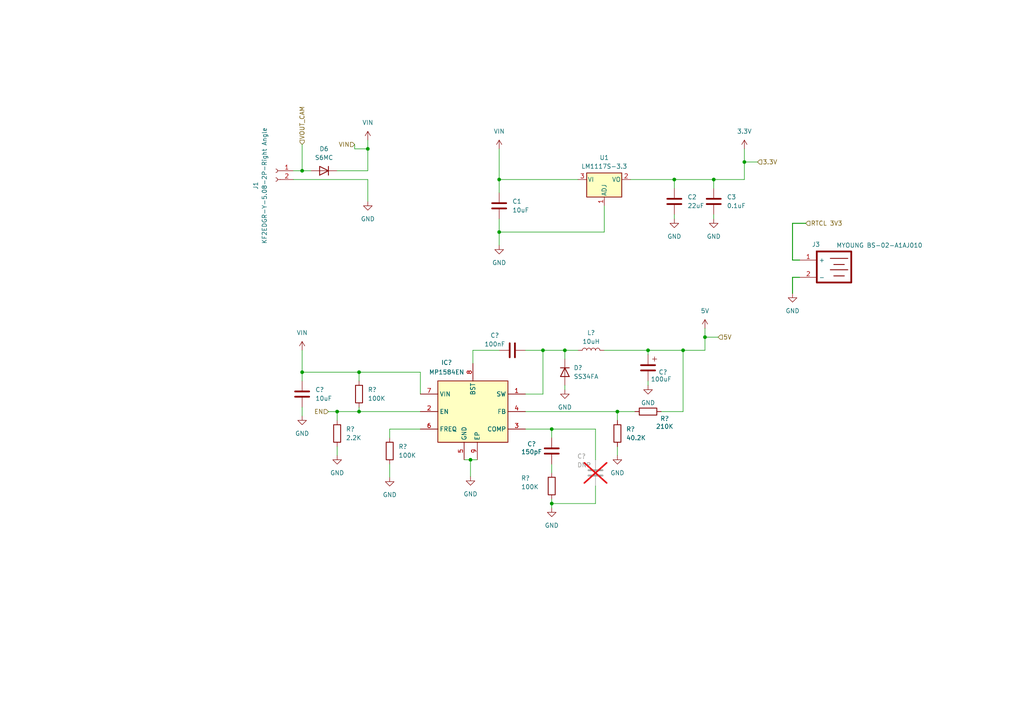
<source format=kicad_sch>
(kicad_sch (version 20230819) (generator eeschema)
  (paper "A4")
  (lib_symbols
    (symbol "C_1" (pin_numbers hide) (pin_names (offset 0.254))
      (property "Reference" "C6" (at 4.318 0.254 0))
      (property "Value" "22uF 6.3V" (at 0.762 -3.302 0))
      (symbol "C_1_0_1"
        (polyline (pts (xy -2.032 -0.762) (xy 2.032 -0.762)) (stroke (width 0.508)))
        (polyline (pts (xy -2.032 0.762) (xy 2.032 0.762)) (stroke (width 0.508)))
        (polyline (pts (xy 1.27 2.54) (xy 2.54 2.54)))
        (polyline (pts (xy 1.8807 3.1826) (xy 1.8807 1.8961)))
      )
      (symbol "C_1_1_1"
        (pin passive line (at 0 3.81 270) (length 2.794) (name "~") (number "1"))
        (pin passive line (at 0 -3.81 90) (length 2.794) (name "~") (number "2"))
      )
    )
    (symbol "Connector:Conn_01x02_Socket" (pin_names (offset 1.016) hide)
      (property "Reference" "J" (at 0 2.54 0))
      (property "Value" "Conn_01x02_Socket" (at 0 -5.08 0))
      (symbol "Conn_01x02_Socket_1_1"
        (arc (start 0 -2.032) (mid -0.5058 -2.54) (end 0 -3.048) (stroke (width 0.1524)))
        (polyline (pts (xy -1.27 -2.54) (xy -0.508 -2.54)) (stroke (width 0.1524)))
        (polyline (pts (xy -1.27 0) (xy -0.508 0)) (stroke (width 0.1524)))
        (arc (start 0 0.508) (mid -0.5058 0) (end 0 -0.508) (stroke (width 0.1524)))
        (pin passive line (at -5.08 0 0) (length 3.81) (name "Pin_1") (number "1"))
        (pin passive line (at -5.08 -2.54 0) (length 3.81) (name "Pin_2") (number "2"))
      )
    )
    (symbol "D_1" (pin_numbers hide) (pin_names (offset 1.016) hide)
      (property "Reference" "D" (at 0 2.54 0))
      (property "Value" "D" (at 0 -2.54 0))
      (symbol "D_1_0_1"
        (polyline (pts (xy -1.27 1.27) (xy -1.27 -1.27)) (stroke (width 0.254)))
        (polyline (pts (xy 1.27 0) (xy -1.27 0)))
        (polyline (pts (xy 1.27 1.27) (xy 1.27 -1.27) (xy -1.27 0) (xy 1.27 1.27)) (stroke (width 0.254)))
      )
      (symbol "D_1_1_1"
        (pin passive line (at -3.81 0 0) (length 2.54) (name "K") (number "1"))
        (pin passive line (at 3.81 0 180) (length 2.54) (name "A") (number "2"))
      )
    )
    (symbol "Device:C" (pin_numbers hide) (pin_names (offset 0.254))
      (property "Reference" "C" (at 0.635 2.54 0))
      (property "Value" "C" (at 0.635 -2.54 0))
      (symbol "C_0_1"
        (polyline (pts (xy -2.032 -0.762) (xy 2.032 -0.762)) (stroke (width 0.508)))
        (polyline (pts (xy -2.032 0.762) (xy 2.032 0.762)) (stroke (width 0.508)))
      )
      (symbol "C_1_1"
        (pin passive line (at 0 3.81 270) (length 2.794) (name "~") (number "1"))
        (pin passive line (at 0 -3.81 90) (length 2.794) (name "~") (number "2"))
      )
    )
    (symbol "Device:D" (pin_numbers hide) (pin_names (offset 1.016) hide)
      (property "Reference" "D1" (at -1.2701 2.54 90))
      (property "Value" "ESDM3051" (at 1.2699 2.54 90))
      (symbol "D_0_1"
        (polyline (pts (xy -1.27 1.27) (xy -1.27 -1.27)) (stroke (width 0.254)))
        (polyline (pts (xy 1.27 0) (xy -1.27 0)))
        (polyline (pts (xy 1.27 1.27) (xy 1.27 -1.27) (xy -1.27 0) (xy 1.27 1.27)) (stroke (width 0.254)))
      )
      (symbol "D_1_1"
        (pin passive line (at -3.81 0 0) (length 2.54) (name "K") (number "1"))
        (pin passive line (at 3.81 0 180) (length 2.54) (name "A") (number "2"))
      )
    )
    (symbol "Device:L" (pin_numbers hide) (pin_names (offset 1.016) hide)
      (property "Reference" "L" (at -1.27 0 90))
      (property "Value" "L" (at 1.905 0 90))
      (symbol "L_0_1"
        (arc (start 0 -2.54) (mid 0.6323 -1.905) (end 0 -1.27))
        (arc (start 0 -1.27) (mid 0.6323 -0.635) (end 0 0))
        (arc (start 0 0) (mid 0.6323 0.635) (end 0 1.27))
        (arc (start 0 1.27) (mid 0.6323 1.905) (end 0 2.54))
      )
      (symbol "L_1_1"
        (pin passive line (at 0 3.81 270) (length 1.27) (name "1") (number "1"))
        (pin passive line (at 0 -3.81 90) (length 1.27) (name "2") (number "2"))
      )
    )
    (symbol "Device:R" (pin_numbers hide) (pin_names (offset 0))
      (property "Reference" "R" (at 2.032 0 90))
      (property "Value" "R" (at 0 0 90))
      (symbol "R_0_1"
        (rectangle (start -1.016 -2.54) (end 1.016 2.54) (stroke (width 0.254)))
      )
      (symbol "R_1_1"
        (pin passive line (at 0 3.81 270) (length 1.27) (name "~") (number "1"))
        (pin passive line (at 0 -3.81 90) (length 1.27) (name "~") (number "2"))
      )
    )
    (symbol "MP1584EN:MP1584EN"
      (property "Reference" "IC?" (at 15.24 -5.08 0))
      (property "Value" "MP1584EN" (at 14.732 -7.366 0))
      (symbol "MP1584EN_1_1"
        (rectangle (start 5.08 2.54) (end 25.4 -15.24) (stroke (width 0.254)) (fill (type background)))
        (pin passive line (at 30.48 -1.27 180) (length 5.08) (name "SW") (number "1"))
        (pin passive line (at 0 -6.35 0) (length 5.08) (name "EN") (number "2"))
        (pin passive line (at 30.48 -11.43 180) (length 5.08) (name "COMP") (number "3"))
        (pin passive line (at 30.48 -6.35 180) (length 5.08) (name "FB") (number "4"))
        (pin passive line (at 12.7 -20.32 90) (length 5.08) (name "GND") (number "5"))
        (pin passive line (at 0 -11.43 0) (length 5.08) (name "FREQ") (number "6"))
        (pin passive line (at 0 -1.27 0) (length 5.08) (name "VIN") (number "7"))
        (pin passive line (at 15.24 7.62 270) (length 5.08) (name "BST") (number "8"))
        (pin passive line (at 16.51 -20.32 90) (length 5.08) (name "EP") (number "9"))
      )
    )
    (symbol "RP2040-altium-import:root_0_Battery holder"
      (symbol "root_0_Battery holder_1_0"
        (polyline (pts (xy 2.984 -2.08) (xy -0.064 -2.08)) (stroke (width 0.254)))
        (polyline (pts (xy 2.984 1.222) (xy -0.064 1.222)) (stroke (width 0.254)))
        (polyline (pts (xy 4 -0.302) (xy -1.08 -0.302)) (stroke (width 0.254)))
        (polyline (pts (xy 4 3) (xy -1.08 3)) (stroke (width 0.254)))
        (rectangle (start 5 5) (end -5 -4) (stroke (width 0.508)))
        (pin passive line (at -10 2.5 0) (length 5.08) (name "+") (number "1"))
        (pin passive line (at -10 -2.5 0) (length 5.08) (name "-") (number "2"))
      )
    )
    (symbol "Regulator_Linear:LM317_SOT-223" (pin_names (offset 0.254))
      (property "Reference" "U" (at -3.81 3.175 0))
      (property "Value" "LM317_SOT-223" (at 0 3.175 0))
      (symbol "LM317_SOT-223_0_1"
        (rectangle (start -5.08 1.905) (end 5.08 -5.08) (stroke (width 0.254)) (fill (type background)))
      )
      (symbol "LM317_SOT-223_1_1"
        (pin input line (at 0 -7.62 90) (length 2.54) (name "ADJ") (number "1"))
        (pin power_out line (at 7.62 0 180) (length 2.54) (name "VO") (number "2"))
        (pin power_in line (at -7.62 0 0) (length 2.54) (name "VI") (number "3"))
      )
    )
    (symbol "power:+1V0" (power) (pin_names (offset 0))
      (property "Value" "+1V0" (at 0 3.556 0))
      (symbol "+1V0_0_1"
        (polyline (pts (xy -0.762 1.27) (xy 0 2.54)))
        (polyline (pts (xy 0 0) (xy 0 2.54)))
        (polyline (pts (xy 0 2.54) (xy 0.762 1.27)))
      )
      (symbol "+1V0_1_1"
        (pin power_in line (at 0 0 90) (length 0) hide (name "+1V0") (number "1"))
      )
    )
    (symbol "power:GND" (power) (pin_names (offset 0))
      (property "Value" "GND" (at 0 -3.81 0))
      (symbol "GND_0_1"
        (polyline (pts (xy 0 0) (xy 0 -1.27) (xy 1.27 -1.27) (xy 0 -2.54) (xy -1.27 -1.27) (xy 0 -1.27)))
      )
      (symbol "GND_1_1"
        (pin power_in line (at 0 0 270) (length 0) hide (name "GND") (number "1"))
      )
    )
  )
  (junction (at 195.58 52.07))
  (junction (at 106.68 43.18))
  (junction (at 157.48 101.6))
  (junction (at 198.12 101.6))
  (junction (at 136.4592 133.35))
  (junction (at 207.01 52.07))
  (junction (at 104.14 119.38))
  (junction (at 144.78 67.31))
  (junction (at 204.47 97.79))
  (junction (at 163.83 101.6))
  (junction (at 187.96 101.6))
  (junction (at 160.02 146.05))
  (junction (at 215.9 46.99))
  (junction (at 179.07 119.38))
  (junction (at 87.63 49.53))
  (junction (at 97.79 119.38))
  (junction (at 144.78 52.07))
  (junction (at 87.63 107.95))
  (junction (at 160.02 124.46))
  (junction (at 104.14 107.95))
  (wire (pts (xy 179.07 129.54) (xy 179.07 132.08)))
  (wire (pts (xy 113.03 134.62) (xy 113.03 138.43)))
  (wire (pts (xy 204.47 101.6) (xy 198.12 101.6)))
  (wire (pts (xy 144.78 52.07) (xy 167.64 52.07)))
  (wire (pts (xy 137.16 105.41) (xy 137.16 101.6)))
  (wire (pts (xy 172.72 140.97) (xy 172.72 146.05)))
  (wire (pts (xy 191.77 119.38) (xy 198.12 119.38)))
  (wire (pts (xy 195.58 54.61) (xy 195.58 52.07)))
  (wire (pts (xy 87.63 107.95) (xy 104.14 107.95)))
  (wire (pts (xy 215.9 43.18) (xy 215.9 46.99)))
  (wire (pts (xy 160.02 124.46) (xy 172.72 124.46)))
  (wire (pts (xy 215.9 52.07) (xy 207.01 52.07)))
  (wire (pts (xy 160.02 127) (xy 160.02 124.46)))
  (wire (pts (xy 179.07 121.92) (xy 179.07 119.38)))
  (wire (pts (xy 106.68 58.42) (xy 106.68 52.07)))
  (wire (pts (xy 97.79 121.92) (xy 97.79 119.38)))
  (wire (pts (xy 160.02 146.05) (xy 160.02 147.32)))
  (wire (pts (xy 195.58 52.07) (xy 207.01 52.07)))
  (wire (pts (xy 229.87 64.77) (xy 229.87 75.438)) (stroke (width 0.254)))
  (wire (pts (xy 137.16 101.6) (xy 144.78 101.6)))
  (wire (pts (xy 179.07 119.38) (xy 152.4 119.38)))
  (wire (pts (xy 219.71 46.99) (xy 215.9 46.99)))
  (wire (pts (xy 104.14 107.95) (xy 104.14 110.49)))
  (wire (pts (xy 106.68 40.64) (xy 106.68 43.18)))
  (wire (pts (xy 157.48 101.6) (xy 157.48 114.3)))
  (wire (pts (xy 87.63 101.6) (xy 87.63 107.95)))
  (wire (pts (xy 163.83 101.6) (xy 157.48 101.6)))
  (wire (pts (xy 163.83 111.76) (xy 163.83 113.03)))
  (wire (pts (xy 106.68 43.18) (xy 106.68 49.53)))
  (wire (pts (xy 106.68 49.53) (xy 97.79 49.53)))
  (wire (pts (xy 198.12 101.6) (xy 187.96 101.6)))
  (wire (pts (xy 208.28 97.79) (xy 204.47 97.79)))
  (wire (pts (xy 152.4 101.6) (xy 157.48 101.6)))
  (wire (pts (xy 207.01 54.61) (xy 207.01 52.07)))
  (wire (pts (xy 144.78 67.31) (xy 175.26 67.31)))
  (wire (pts (xy 229.87 75.438) (xy 231.902 75.438)) (stroke (width 0.254)))
  (wire (pts (xy 198.12 119.38) (xy 198.12 101.6)))
  (wire (pts (xy 195.58 63.5) (xy 195.58 62.23)))
  (wire (pts (xy 204.47 101.6) (xy 204.47 97.79)))
  (wire (pts (xy 231.902 80.438) (xy 229.87 80.438)) (stroke (width 0.254)))
  (wire (pts (xy 113.03 124.46) (xy 113.03 127)))
  (wire (pts (xy 121.92 119.38) (xy 104.14 119.38)))
  (wire (pts (xy 157.48 114.3) (xy 152.4 114.3)))
  (wire (pts (xy 136.4592 133.35) (xy 138.43 133.35)))
  (wire (pts (xy 144.78 52.07) (xy 144.78 55.88)))
  (wire (pts (xy 121.92 114.3) (xy 121.92 107.95)))
  (wire (pts (xy 144.78 67.31) (xy 144.78 71.12)))
  (wire (pts (xy 97.79 129.54) (xy 97.79 132.08)))
  (wire (pts (xy 104.14 107.95) (xy 121.92 107.95)))
  (wire (pts (xy 160.02 134.62) (xy 160.02 137.16)))
  (wire (pts (xy 97.79 119.38) (xy 104.14 119.38)))
  (wire (pts (xy 134.62 133.35) (xy 136.4592 133.35)))
  (wire (pts (xy 87.63 49.53) (xy 85.09 49.53)))
  (wire (pts (xy 144.78 63.5) (xy 144.78 67.31)))
  (wire (pts (xy 215.9 46.99) (xy 215.9 52.07)))
  (wire (pts (xy 87.63 118.11) (xy 87.63 120.65)))
  (wire (pts (xy 144.78 43.18) (xy 144.78 52.07)))
  (wire (pts (xy 104.14 119.38) (xy 104.14 118.11)))
  (wire (pts (xy 179.07 119.38) (xy 184.15 119.38)))
  (wire (pts (xy 163.83 101.6) (xy 163.83 104.14)))
  (wire (pts (xy 167.64 101.6) (xy 163.83 101.6)))
  (wire (pts (xy 160.02 144.78) (xy 160.02 146.05)))
  (wire (pts (xy 121.92 124.46) (xy 113.03 124.46)))
  (wire (pts (xy 106.68 52.07) (xy 85.09 52.07)))
  (wire (pts (xy 90.17 49.53) (xy 87.63 49.53)))
  (wire (pts (xy 160.02 124.46) (xy 152.4 124.46)))
  (wire (pts (xy 229.87 80.438) (xy 229.87 85.09)) (stroke (width 0.254)))
  (wire (pts (xy 182.88 52.07) (xy 195.58 52.07)))
  (wire (pts (xy 87.63 41.91) (xy 87.63 49.53)))
  (wire (pts (xy 175.26 59.69) (xy 175.26 67.31)))
  (wire (pts (xy 207.01 63.5) (xy 207.01 62.23)))
  (wire (pts (xy 172.72 133.35) (xy 172.72 124.46)))
  (wire (pts (xy 102.87 41.91) (xy 102.87 43.18)))
  (wire (pts (xy 204.47 97.79) (xy 204.47 95.25)))
  (wire (pts (xy 187.96 101.6) (xy 175.26 101.6)))
  (wire (pts (xy 102.87 43.18) (xy 106.68 43.18)))
  (wire (pts (xy 187.96 110.49) (xy 187.96 111.76)))
  (wire (pts (xy 233.68 64.77) (xy 229.87 64.77)) (stroke (width 0.254)))
  (wire (pts (xy 87.63 107.95) (xy 87.63 110.49)))
  (wire (pts (xy 187.96 101.6) (xy 187.96 102.87)))
  (wire (pts (xy 95.25 119.38) (xy 97.79 119.38)))
  (wire (pts (xy 136.4592 133.35) (xy 136.4592 138.2056)))
  (wire (pts (xy 172.72 146.05) (xy 160.02 146.05)))
  (hierarchical_label "VOUT_CAM" (shape input) (at 87.63 41.91 90))
  (hierarchical_label "5V" (shape input) (at 208.28 97.79 0))
  (hierarchical_label "VIN" (shape input) (at 102.87 41.91 180))
  (hierarchical_label "EN" (shape input) (at 95.25 119.38 180))
  (hierarchical_label "3.3V" (shape input) (at 219.71 46.99 0))
  (hierarchical_label "RTCL 3V3" (shape input) (at 233.68 64.77 0))
  (symbol (lib_id "Device:C") (at 195.58 58.42 0) (unit 1)
    (property "Reference" "C2" (at 199.39 57.1499 0) (effects (justify left)))
    (property "Value" "22uF" (at 199.39 59.6899 0) (effects (justify left)))
    (property "Footprint" "Capacitor_SMD:C_0603_1608Metric" (effects hide))
    (property "Description" "Unpolarized capacitor" (effects hide))
    (instances (project "LM1117" (path "" (reference "C2") (unit 1)) (path "" (reference "C?") (unit 1))) (project "IO_Board" (path "" (reference "C7") (unit 1))))
  )
  (symbol (lib_id "Device:C") (at 148.59 101.6 90) (unit 1)
    (property "Reference" "C?" (at 143.51 97.282 90))
    (property "Value" "100nF" (at 143.51 99.822 90))
    (property "Footprint" "Capacitor_SMD:C_0603_1608Metric" (effects hide))
    (property "Description" "Unpolarized capacitor" (effects hide))
    (instances (project "LM1117" (path "" (reference "C?") (unit 1)) (path "" (reference "C?") (unit 1))) (project "IO_Board" (path "" (reference "C3") (unit 1))))
  )
  (symbol (lib_id "power:GND") (at 195.58 63.5 0) (unit 1)
    (property "Reference" "#PWR05" (effects hide))
    (property "Value" "GND" (at 195.58 68.58 0))
    (property "Description" "Power symbol creates a global label with name \"GND\" , ground" (effects hide))
    (instances (project "LM1117" (path "" (reference "#PWR05") (unit 1)) (path "" (reference "#PWR046") (unit 1))) (project "IO_Board" (path "" (reference "#PWR019") (unit 1))))
  )
  (symbol (lib_name "D_1") (lib_id "Device:D") (at 93.98 49.53 180) (unit 1)
    (property "Reference" "D6" (at 93.98 43.18 0))
    (property "Value" "S6MC" (at 93.98 45.72 0))
    (property "Footprint" "Library:S6MC" (effects hide))
    (property "Description" "Diode" (effects hide))
    (property "Sim.Device" "D" (effects hide))
    (property "Sim.Pins" "1=K 2=A" (effects hide))
    (property "MPN" "S6MC" (effects hide))
  )
  (symbol (lib_id "power:+1V0") (at 215.9 43.18 0) (unit 1)
    (property "Reference" "#PWR04" (effects hide))
    (property "Value" "3.3V" (at 215.9 38.1 0))
    (property "Description" "Power symbol creates a global label with name \"+1V0\"" (effects hide))
    (instances (project "LM1117" (path "" (reference "#PWR04") (unit 1)) (path "" (reference "#PWR050") (unit 1))) (project "IO_Board" (path "" (reference "#PWR022") (unit 1))))
  )
  (symbol (lib_id "power:+1V0") (at 106.68 40.64 0) (unit 1)
    (property "Reference" "#PWR01" (effects hide))
    (property "Value" "VIN" (at 106.68 35.56 0))
    (property "Description" "Power symbol creates a global label with name \"+1V0\"" (effects hide))
    (instances (project "LM1117" (path "" (reference "#PWR01") (unit 1)) (path "" (reference "#PWR041") (unit 1))) (project "IO_Board" (path "" (reference "#PWR051") (unit 1))))
  )
  (symbol (lib_id "Device:R") (at 160.02 140.97 0) (unit 1)
    (property "Reference" "R?" (at 151.13 138.684 0) (effects (justify left)))
    (property "Value" "100K" (at 151.13 141.224 0) (effects (justify left)))
    (property "Footprint" "Resistor_SMD:R_0603_1608Metric" (effects hide))
    (property "Description" "Resistor" (effects hide))
    (instances (project "LM1117" (path "" (reference "R?") (unit 1)) (path "" (reference "R?") (unit 1))) (project "IO_Board" (path "" (reference "R20") (unit 1))))
  )
  (symbol (lib_id "Device:C") (at 160.02 130.81 0) (unit 1)
    (property "Reference" "C?" (at 152.908 128.778 0) (effects (justify left)))
    (property "Value" "150pF" (at 151.13 131.064 0) (effects (justify left)))
    (property "Footprint" "Capacitor_SMD:C_0603_1608Metric" (effects hide))
    (property "Description" "Unpolarized capacitor" (effects hide))
    (instances (project "LM1117" (path "" (reference "C?") (unit 1)) (path "" (reference "C?") (unit 1))) (project "IO_Board" (path "" (reference "C4") (unit 1))))
  )
  (symbol (lib_id "power:+1V0") (at 144.78 43.18 0) (unit 1)
    (property "Reference" "#PWR01" (effects hide))
    (property "Value" "VIN" (at 144.78 38.1 0))
    (property "Description" "Power symbol creates a global label with name \"+1V0\"" (effects hide))
    (instances (project "LM1117" (path "" (reference "#PWR01") (unit 1)) (path "" (reference "#PWR041") (unit 1))) (project "IO_Board" (path "" (reference "#PWR015") (unit 1))))
  )
  (symbol (lib_id "Device:R") (at 104.14 114.3 0) (unit 1)
    (property "Reference" "R?" (at 106.68 113.0299 0) (effects (justify left)))
    (property "Value" "100K" (at 106.68 115.5699 0) (effects (justify left)))
    (property "Footprint" "Resistor_SMD:R_0603_1608Metric" (effects hide))
    (property "Description" "Resistor" (effects hide))
    (instances (project "LM1117" (path "" (reference "R?") (unit 1)) (path "" (reference "R?") (unit 1))) (project "IO_Board" (path "" (reference "R18") (unit 1))))
  )
  (symbol (lib_id "Regulator_Linear:LM317_SOT-223") (at 175.26 52.07 0) (unit 1)
    (property "Reference" "U1" (at 175.26 45.72 0))
    (property "Value" "LM1117S-3.3" (at 175.26 48.26 0))
    (property "Footprint" "Package_TO_SOT_SMD:SOT-223" (effects hide))
    (property "Datasheet" "http://www.ti.com/lit/ds/symlink/lm317.pdf" (effects hide))
    (property "Description" "1.5A 35V Adjustable Linear Regulator, SOT-223" (effects hide))
    (property "MPN" "LM1117S-3.3" (effects hide))
    (instances (project "LM1117" (path "" (reference "U1") (unit 1)) (path "" (reference "U?") (unit 1))) (project "IO_Board" (path "" (reference "U3") (unit 1))))
  )
  (symbol (lib_id "power:GND") (at 144.78 71.12 0) (unit 1)
    (property "Reference" "#PWR02" (effects hide))
    (property "Value" "GND" (at 144.78 76.2 0))
    (property "Description" "Power symbol creates a global label with name \"GND\" , ground" (effects hide))
    (instances (project "LM1117" (path "" (reference "#PWR02") (unit 1)) (path "" (reference "#PWR042") (unit 1))) (project "IO_Board" (path "" (reference "#PWR016") (unit 1))))
  )
  (symbol (lib_id "power:GND") (at 106.68 58.42 0) (unit 1)
    (property "Reference" "#PWR02" (effects hide))
    (property "Value" "GND" (at 106.68 63.5 0))
    (property "Description" "Power symbol creates a global label with name \"GND\" , ground" (effects hide))
    (instances (project "LM1117" (path "" (reference "#PWR02") (unit 1)) (path "" (reference "#PWR042") (unit 1))) (project "IO_Board" (path "" (reference "#PWR052") (unit 1))))
  )
  (symbol (lib_id "power:GND") (at 179.07 132.08 0) (unit 1)
    (property "Reference" "#PWR016" (effects hide))
    (property "Value" "GND" (at 179.07 137.16 0))
    (property "Description" "Power symbol creates a global label with name \"GND\" , ground" (effects hide))
    (instances (project "LM1117" (path "" (reference "#PWR016") (unit 1)) (path "" (reference "#PWR047") (unit 1))) (project "IO_Board" (path "" (reference "#PWR030") (unit 1))))
  )
  (symbol (lib_id "power:GND") (at 229.87 85.09 0) (unit 1)
    (property "Reference" "#PWR06" (effects hide))
    (property "Value" "GND" (at 229.87 90.17 0))
    (property "Description" "Power symbol creates a global label with name \"GND\" , ground" (effects hide))
    (instances (project "LM1117" (path "" (reference "#PWR06") (unit 1)) (path "" (reference "#PWR048") (unit 1))) (project "IO_Board" (path "" (reference "#PWR045") (unit 1))))
  )
  (symbol (lib_id "power:+1V0") (at 204.47 95.25 0) (unit 1)
    (property "Reference" "#PWR024" (effects hide))
    (property "Value" "5V" (at 204.47 90.17 0))
    (property "Description" "Power symbol creates a global label with name \"+1V0\"" (effects hide))
    (instances (project "LM1117" (path "" (reference "#PWR024") (unit 1)) (path "" (reference "#PWR051") (unit 1))) (project "IO_Board" (path "" (reference "#PWR032") (unit 1))))
  )
  (symbol (lib_id "power:GND") (at 187.96 111.76 0) (unit 1)
    (property "Reference" "#PWR023" (effects hide))
    (property "Value" "GND" (at 187.96 116.84 0))
    (property "Description" "Power symbol creates a global label with name \"GND\" , ground" (effects hide))
    (instances (project "LM1117" (path "" (reference "#PWR023") (unit 1)) (path "" (reference "#PWR049") (unit 1))) (project "IO_Board" (path "" (reference "#PWR031") (unit 1))))
  )
  (symbol (lib_id "power:GND") (at 207.01 63.5 0) (unit 1)
    (property "Reference" "#PWR06" (effects hide))
    (property "Value" "GND" (at 207.01 68.58 0))
    (property "Description" "Power symbol creates a global label with name \"GND\" , ground" (effects hide))
    (instances (project "LM1117" (path "" (reference "#PWR06") (unit 1)) (path "" (reference "#PWR048") (unit 1))) (project "IO_Board" (path "" (reference "#PWR021") (unit 1))))
  )
  (symbol (lib_id "RP2040-altium-import:root_0_Battery holder") (at 241.902 77.938 0) (unit 1)
    (property "Reference" "J3" (at 235.458 71.628 0) (effects (justify left bottom)))
    (property "Value" "MYOUNG BS-02-A1AJ010" (at 242.57 71.882 0) (effects (justify left bottom)))
    (property "Footprint" "Library:MYOUNG BS-02-A1AJ010" (effects hide))
    (property "PUBLISHED" "24-Mar-1999" (effects hide))
    (property "LATESTREVISIONDATE" "17-Jul-2002" (effects hide))
    (property "LATESTREVISIONNOTE" "Re-released for DXP Platform." (effects hide))
    (property "PACKAGEREFERENCE" "BAT-2" (effects hide))
    (property "PUBLISHER" "Altium Limited" (effects hide))
    (property "PACKAGEDESCRIPTION" "Battery; 2 Leads" (effects hide))
    (property "MPN" "MYOUNG BS-02-A1AJ010" (effects hide))
    (instances (project "RP2040" (path "" (reference "J3") (unit 1))) (project "IO_Board" (path "" (reference "J9") (unit 1))) (project "Bluetooth_Beacon_Kicad" (path "" (reference "J3") (unit 1))))
  )
  (symbol (lib_id "Device:C") (at 172.72 137.16 0) (unit 1) (dnp yes)
    (property "Reference" "C?" (at 167.386 132.334 0) (effects (justify left)))
    (property "Value" "DNP" (at 167.386 134.874 0) (effects (justify left)))
    (property "Footprint" "Capacitor_SMD:C_0603_1608Metric" (effects hide))
    (property "Description" "Unpolarized capacitor" (effects hide))
    (instances (project "LM1117" (path "" (reference "C?") (unit 1)) (path "" (reference "C?") (unit 1))) (project "IO_Board" (path "" (reference "C5") (unit 1))))
  )
  (symbol (lib_name "C_1") (lib_id "Device:C") (at 187.96 106.68 0) (unit 1)
    (property "Reference" "C?" (at 191.008 107.95 0) (effects (justify left)))
    (property "Value" "100uF" (at 188.722 109.982 0) (effects (justify left)))
    (property "Footprint" "Capacitor_SMD:CP_Elec_5x5.4" (effects hide))
    (property "Description" "Unpolarized capacitor" (effects hide))
    (instances (project "LM1117" (path "" (reference "C?") (unit 1)) (path "" (reference "C?") (unit 1))) (project "IO_Board" (path "" (reference "C6") (unit 1)) (path "" (reference "C6") (unit 1))))
  )
  (symbol (lib_id "power:GND") (at 113.03 138.43 0) (unit 1)
    (property "Reference" "#PWR022" (effects hide))
    (property "Value" "GND" (at 113.03 143.51 0))
    (property "Description" "Power symbol creates a global label with name \"GND\" , ground" (effects hide))
    (instances (project "LM1117" (path "" (reference "#PWR022") (unit 1)) (path "" (reference "#PWR040") (unit 1))) (project "IO_Board" (path "" (reference "#PWR026") (unit 1))))
  )
  (symbol (lib_id "power:GND") (at 97.79 132.08 0) (unit 1)
    (property "Reference" "#PWR020" (effects hide))
    (property "Value" "GND" (at 97.79 137.16 0))
    (property "Description" "Power symbol creates a global label with name \"GND\" , ground" (effects hide))
    (instances (project "LM1117" (path "" (reference "#PWR020") (unit 1)) (path "" (reference "#PWR039") (unit 1))) (project "IO_Board" (path "" (reference "#PWR025") (unit 1))))
  )
  (symbol (lib_id "Device:C") (at 207.01 58.42 0) (unit 1)
    (property "Reference" "C3" (at 210.82 57.1499 0) (effects (justify left)))
    (property "Value" "0.1uF" (at 210.82 59.6899 0) (effects (justify left)))
    (property "Footprint" "Capacitor_SMD:C_0603_1608Metric" (effects hide))
    (property "Description" "Unpolarized capacitor" (effects hide))
    (instances (project "LM1117" (path "" (reference "C3") (unit 1)) (path "" (reference "C?") (unit 1))) (project "IO_Board" (path "" (reference "C8") (unit 1))))
  )
  (symbol (lib_id "Device:R") (at 187.96 119.38 90) (unit 1)
    (property "Reference" "R?" (at 192.786 121.412 90))
    (property "Value" "210K" (at 192.786 123.698 90))
    (property "Footprint" "Resistor_SMD:R_0603_1608Metric" (effects hide))
    (property "Description" "Resistor" (effects hide))
    (instances (project "LM1117" (path "" (reference "R?") (unit 1)) (path "" (reference "R?") (unit 1))) (project "IO_Board" (path "" (reference "R22") (unit 1))))
  )
  (symbol (lib_id "Device:R") (at 113.03 130.81 0) (unit 1)
    (property "Reference" "R?" (at 115.57 129.5399 0) (effects (justify left)))
    (property "Value" "100K" (at 115.57 132.0799 0) (effects (justify left)))
    (property "Footprint" "Resistor_SMD:R_0603_1608Metric" (effects hide))
    (property "Description" "Resistor" (effects hide))
    (instances (project "LM1117" (path "" (reference "R?") (unit 1)) (path "" (reference "R?") (unit 1))) (project "IO_Board" (path "" (reference "R19") (unit 1))))
  )
  (symbol (lib_id "power:GND") (at 136.4592 138.2056 0) (unit 1)
    (property "Reference" "#PWR017" (effects hide))
    (property "Value" "GND" (at 136.4592 143.2856 0))
    (property "Description" "Power symbol creates a global label with name \"GND\" , ground" (effects hide))
    (instances (project "LM1117" (path "" (reference "#PWR017") (unit 1)) (path "" (reference "#PWR043") (unit 1))) (project "IO_Board" (path "" (reference "#PWR027") (unit 1))))
  )
  (symbol (lib_id "Device:L") (at 171.45 101.6 90) (unit 1)
    (property "Reference" "L?" (at 171.45 96.52 90))
    (property "Value" "10uH" (at 171.45 99.06 90))
    (property "Footprint" "Inductor_SMD:L_7.3x7.3_H3.5" (effects hide))
    (property "Description" "Inductor" (effects hide))
    (property "MPN" "YPRH0704-100M" (effects hide))
    (instances (project "LM1117" (path "" (reference "L?") (unit 1)) (path "" (reference "L?") (unit 1))) (project "IO_Board" (path "" (reference "L1") (unit 1))))
  )
  (symbol (lib_id "power:GND") (at 160.02 147.32 0) (unit 1)
    (property "Reference" "#PWR018" (effects hide))
    (property "Value" "GND" (at 160.02 152.4 0))
    (property "Description" "Power symbol creates a global label with name \"GND\" , ground" (effects hide))
    (instances (project "LM1117" (path "" (reference "#PWR018") (unit 1)) (path "" (reference "#PWR044") (unit 1))) (project "IO_Board" (path "" (reference "#PWR028") (unit 1))))
  )
  (symbol (lib_id "Device:C") (at 144.78 59.69 0) (unit 1)
    (property "Reference" "C1" (at 148.59 58.4199 0) (effects (justify left)))
    (property "Value" "10uF" (at 148.59 60.9599 0) (effects (justify left)))
    (property "Footprint" "Capacitor_SMD:C_0603_1608Metric" (effects hide))
    (property "Description" "Unpolarized capacitor" (effects hide))
    (instances (project "LM1117" (path "" (reference "C1") (unit 1)) (path "" (reference "C?") (unit 1))) (project "IO_Board" (path "" (reference "C2") (unit 1))))
  )
  (symbol (lib_id "MP1584EN:MP1584EN") (at 121.92 113.03 0) (unit 1)
    (property "Reference" "IC?" (at 129.54 105.156 0))
    (property "Value" "MP1584EN" (at 129.54 107.95 0))
    (property "Footprint" "Library:MP1584" (effects hide))
    (property "Description" "Switching Voltage Regulators 3A 1.5MHz 28V Nonsync Buck" (effects hide))
    (property "Height" "1.7" (effects hide))
    (property "Manufacturer_Name" "Monolithic Power Systems (MPS)" (effects hide))
    (property "Manufacturer_Part_Number" "MP1584EN" (effects hide))
    (property "MPN" "MP1584EN" (effects hide))
    (instances (project "LM1117" (path "" (reference "IC?") (unit 1)) (path "" (reference "IC?") (unit 1))) (project "IO_Board" (path "" (reference "IC1") (unit 1))))
  )
  (symbol (lib_id "Device:R") (at 179.07 125.73 0) (unit 1)
    (property "Reference" "R?" (at 181.61 124.4599 0) (effects (justify left)))
    (property "Value" "40.2K" (at 181.61 126.9999 0) (effects (justify left)))
    (property "Footprint" "Resistor_SMD:R_0603_1608Metric" (effects hide))
    (property "Description" "Resistor" (effects hide))
    (instances (project "LM1117" (path "" (reference "R?") (unit 1)) (path "" (reference "R?") (unit 1))) (project "IO_Board" (path "" (reference "R21") (unit 1))))
  )
  (symbol (lib_id "Device:R") (at 97.79 125.73 0) (unit 1)
    (property "Reference" "R?" (at 100.33 124.4599 0) (effects (justify left)))
    (property "Value" "2.2K" (at 100.33 126.9999 0) (effects (justify left)))
    (property "Footprint" "Resistor_SMD:R_0603_1608Metric" (effects hide))
    (property "Description" "Resistor" (effects hide))
    (instances (project "LM1117" (path "" (reference "R?") (unit 1)) (path "" (reference "R?") (unit 1))) (project "IO_Board" (path "" (reference "R17") (unit 1))))
  )
  (symbol (lib_id "power:GND") (at 87.63 120.65 0) (unit 1)
    (property "Reference" "#PWR019" (effects hide))
    (property "Value" "GND" (at 87.63 125.73 0))
    (property "Description" "Power symbol creates a global label with name \"GND\" , ground" (effects hide))
    (instances (project "LM1117" (path "" (reference "#PWR019") (unit 1)) (path "" (reference "#PWR038") (unit 1))) (project "IO_Board" (path "" (reference "#PWR024") (unit 1))))
  )
  (symbol (lib_id "Device:C") (at 87.63 114.3 0) (unit 1)
    (property "Reference" "C?" (at 91.44 113.0299 0) (effects (justify left)))
    (property "Value" "10uF" (at 91.44 115.5699 0) (effects (justify left)))
    (property "Footprint" "Capacitor_SMD:C_0603_1608Metric" (effects hide))
    (property "Description" "Unpolarized capacitor" (effects hide))
    (instances (project "LM1117" (path "" (reference "C?") (unit 1)) (path "" (reference "C?") (unit 1))) (project "IO_Board" (path "" (reference "C1") (unit 1))))
  )
  (symbol (lib_id "power:GND") (at 163.83 113.03 0) (unit 1)
    (property "Reference" "#PWR015" (effects hide))
    (property "Value" "GND" (at 163.83 118.11 0))
    (property "Description" "Power symbol creates a global label with name \"GND\" , ground" (effects hide))
    (instances (project "LM1117" (path "" (reference "#PWR015") (unit 1)) (path "" (reference "#PWR045") (unit 1))) (project "IO_Board" (path "" (reference "#PWR029") (unit 1))))
  )
  (symbol (lib_id "Connector:Conn_01x02_Socket") (at 80.01 49.53 0) (mirror y) (unit 1)
    (property "Reference" "J1" (at 74.168 53.848 90))
    (property "Value" "KF2EDGR-Y-5.08-2P-Right Angle" (at 76.708 53.848 90))
    (property "Footprint" "Library:KF2EDGR-Y-5.08-2P-Right Angle" (effects hide))
    (property "Description" "Generic connector, single row, 01x02, script generated" (effects hide))
    (property "MPN" "KF2EDGR-Y-5.08-2P-Right Angle" (effects hide))
    (instances (project "LM1117" (path "" (reference "J1") (unit 1)) (path "" (reference "J?") (unit 1))) (project "IO_Board" (path "" (reference "J8") (unit 1)) (path "" (reference "J14") (unit 1))))
  )
  (symbol (lib_id "Device:D") (at 163.83 107.95 270) (unit 1)
    (property "Reference" "D?" (at 166.37 106.6799 90) (effects (justify left)))
    (property "Value" "SS34FA" (at 166.37 109.2199 90) (effects (justify left)))
    (property "Footprint" "Library:SS34FA" (effects hide))
    (property "Description" "Diode" (effects hide))
    (property "Sim.Device" "D" (effects hide))
    (property "Sim.Pins" "1=K 2=A" (effects hide))
    (property "MPN" "SS34FA" (effects hide))
    (instances (project "LM1117" (path "" (reference "D?") (unit 1)) (path "" (reference "D?") (unit 1))) (project "IO_Board" (path "" (reference "D1") (unit 1))))
  )
  (symbol (lib_id "power:+1V0") (at 87.63 101.6 0) (unit 1)
    (property "Reference" "#PWR021" (effects hide))
    (property "Value" "VIN" (at 87.63 96.52 0))
    (property "Description" "Power symbol creates a global label with name \"+1V0\"" (effects hide))
    (instances (project "LM1117" (path "" (reference "#PWR021") (unit 1)) (path "" (reference "#PWR037") (unit 1))) (project "IO_Board" (path "" (reference "#PWR023") (unit 1))))
  )
)
</source>
